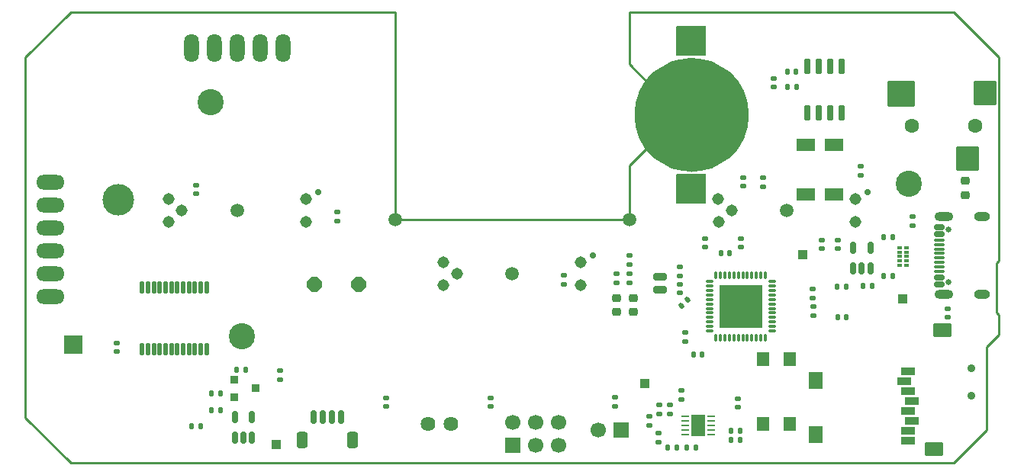
<source format=gbr>
%TF.GenerationSoftware,KiCad,Pcbnew,9.0.0*%
%TF.CreationDate,2025-08-25T22:56:13+01:00*%
%TF.ProjectId,FED3,46454433-2e6b-4696-9361-645f70636258,rev?*%
%TF.SameCoordinates,Original*%
%TF.FileFunction,Soldermask,Top*%
%TF.FilePolarity,Negative*%
%FSLAX46Y46*%
G04 Gerber Fmt 4.6, Leading zero omitted, Abs format (unit mm)*
G04 Created by KiCad (PCBNEW 9.0.0) date 2025-08-25 22:56:13*
%MOMM*%
%LPD*%
G01*
G04 APERTURE LIST*
G04 Aperture macros list*
%AMRoundRect*
0 Rectangle with rounded corners*
0 $1 Rounding radius*
0 $2 $3 $4 $5 $6 $7 $8 $9 X,Y pos of 4 corners*
0 Add a 4 corners polygon primitive as box body*
4,1,4,$2,$3,$4,$5,$6,$7,$8,$9,$2,$3,0*
0 Add four circle primitives for the rounded corners*
1,1,$1+$1,$2,$3*
1,1,$1+$1,$4,$5*
1,1,$1+$1,$6,$7*
1,1,$1+$1,$8,$9*
0 Add four rect primitives between the rounded corners*
20,1,$1+$1,$2,$3,$4,$5,0*
20,1,$1+$1,$4,$5,$6,$7,0*
20,1,$1+$1,$6,$7,$8,$9,0*
20,1,$1+$1,$8,$9,$2,$3,0*%
%AMFreePoly0*
4,1,17,0.351552,0.797921,0.797921,0.351552,0.812800,0.315631,0.812800,-0.315631,0.797921,-0.351552,0.351552,-0.797921,0.315631,-0.812800,-0.315631,-0.812800,-0.351552,-0.797921,-0.797921,-0.351552,-0.812800,-0.315631,-0.812800,0.315631,-0.797921,0.351552,-0.351552,0.797921,-0.315631,0.812800,0.315631,0.812800,0.351552,0.797921,0.351552,0.797921,$1*%
G04 Aperture macros list end*
%ADD10C,6.340000*%
%ADD11C,3.191057*%
%ADD12RoundRect,0.135000X-0.135000X-0.185000X0.135000X-0.185000X0.135000X0.185000X-0.135000X0.185000X0*%
%ADD13R,1.400000X1.600000*%
%ADD14O,3.149600X1.625600*%
%ADD15R,1.000000X1.000000*%
%ADD16RoundRect,0.140000X-0.170000X0.140000X-0.170000X-0.140000X0.170000X-0.140000X0.170000X0.140000X0*%
%ADD17RoundRect,0.140000X0.170000X-0.140000X0.170000X0.140000X-0.170000X0.140000X-0.170000X-0.140000X0*%
%ADD18RoundRect,0.200000X-0.550000X0.200000X-0.550000X-0.200000X0.550000X-0.200000X0.550000X0.200000X0*%
%ADD19RoundRect,0.135000X0.135000X0.185000X-0.135000X0.185000X-0.135000X-0.185000X0.135000X-0.185000X0*%
%ADD20C,2.900000*%
%ADD21RoundRect,0.135000X-0.185000X0.135000X-0.185000X-0.135000X0.185000X-0.135000X0.185000X0.135000X0*%
%ADD22RoundRect,0.140000X0.140000X0.170000X-0.140000X0.170000X-0.140000X-0.170000X0.140000X-0.170000X0*%
%ADD23RoundRect,0.050800X1.600000X-1.600000X1.600000X1.600000X-1.600000X1.600000X-1.600000X-1.600000X0*%
%ADD24RoundRect,3.225800X0.000010X-0.000010X0.000010X0.000010X-0.000010X0.000010X-0.000010X-0.000010X0*%
%ADD25RoundRect,0.218750X-0.256250X0.218750X-0.256250X-0.218750X0.256250X-0.218750X0.256250X0.218750X0*%
%ADD26RoundRect,0.135000X0.185000X-0.135000X0.185000X0.135000X-0.185000X0.135000X-0.185000X-0.135000X0*%
%ADD27RoundRect,0.050800X-0.400000X0.350000X-0.400000X-0.350000X0.400000X-0.350000X0.400000X0.350000X0*%
%ADD28R,1.700000X1.700000*%
%ADD29C,1.700000*%
%ADD30RoundRect,0.075000X0.200000X-0.075000X0.200000X0.075000X-0.200000X0.075000X-0.200000X-0.075000X0*%
%ADD31RoundRect,0.050800X0.200000X0.600000X-0.200000X0.600000X-0.200000X-0.600000X0.200000X-0.600000X0*%
%ADD32RoundRect,0.062500X0.350000X0.062500X-0.350000X0.062500X-0.350000X-0.062500X0.350000X-0.062500X0*%
%ADD33R,1.580000X2.350000*%
%ADD34RoundRect,0.050800X-0.950000X0.650000X-0.950000X-0.650000X0.950000X-0.650000X0.950000X0.650000X0*%
%ADD35RoundRect,0.150000X0.150000X-0.512500X0.150000X0.512500X-0.150000X0.512500X-0.150000X-0.512500X0*%
%ADD36RoundRect,0.050800X0.750000X-0.350000X0.750000X0.350000X-0.750000X0.350000X-0.750000X-0.350000X0*%
%ADD37RoundRect,0.050800X0.700000X0.900000X-0.700000X0.900000X-0.700000X-0.900000X0.700000X-0.900000X0*%
%ADD38RoundRect,0.050800X0.950000X-0.700000X0.950000X0.700000X-0.950000X0.700000X-0.950000X-0.700000X0*%
%ADD39RoundRect,0.140000X-0.021213X0.219203X-0.219203X0.021213X0.021213X-0.219203X0.219203X-0.021213X0*%
%ADD40RoundRect,0.150000X0.150000X-0.725000X0.150000X0.725000X-0.150000X0.725000X-0.150000X-0.725000X0*%
%ADD41C,1.500000*%
%ADD42RoundRect,0.150000X0.150000X0.625000X-0.150000X0.625000X-0.150000X-0.625000X0.150000X-0.625000X0*%
%ADD43RoundRect,0.250000X0.350000X0.650000X-0.350000X0.650000X-0.350000X-0.650000X0.350000X-0.650000X0*%
%ADD44RoundRect,0.050800X-0.375000X-0.125000X0.375000X-0.125000X0.375000X0.125000X-0.375000X0.125000X0*%
%ADD45RoundRect,0.050800X0.125000X-0.375000X0.125000X0.375000X-0.125000X0.375000X-0.125000X-0.375000X0*%
%ADD46RoundRect,0.050800X0.375000X0.125000X-0.375000X0.125000X-0.375000X-0.125000X0.375000X-0.125000X0*%
%ADD47RoundRect,0.050800X-0.125000X0.375000X-0.125000X-0.375000X0.125000X-0.375000X0.125000X0.375000X0*%
%ADD48RoundRect,0.050800X-2.350000X2.350000X-2.350000X-2.350000X2.350000X-2.350000X2.350000X2.350000X0*%
%ADD49RoundRect,0.140000X-0.140000X-0.170000X0.140000X-0.170000X0.140000X0.170000X-0.140000X0.170000X0*%
%ADD50C,1.625600*%
%ADD51C,0.650000*%
%ADD52RoundRect,0.150000X0.425000X-0.150000X0.425000X0.150000X-0.425000X0.150000X-0.425000X-0.150000X0*%
%ADD53RoundRect,0.075000X0.500000X-0.075000X0.500000X0.075000X-0.500000X0.075000X-0.500000X-0.075000X0*%
%ADD54O,2.100000X1.000000*%
%ADD55O,1.800000X1.000000*%
%ADD56R,2.000000X2.000000*%
%ADD57C,3.500000*%
%ADD58FreePoly0,180.000000*%
%ADD59O,1.625600X3.149600*%
%ADD60C,1.600000*%
%ADD61RoundRect,0.050800X-1.200000X1.275000X-1.200000X-1.275000X1.200000X-1.275000X1.200000X1.275000X0*%
%ADD62RoundRect,0.050800X-1.450000X1.375000X-1.450000X-1.375000X1.450000X-1.375000X1.450000X1.375000X0*%
%ADD63C,0.900000*%
%ADD64C,0.700000*%
%ADD65C,1.309600*%
%TA.AperFunction,Profile*%
%ADD66C,0.250000*%
%TD*%
G04 APERTURE END LIST*
D10*
X171585100Y-91395600D02*
G75*
G02*
X165245100Y-91395600I-3170000J0D01*
G01*
X165245100Y-91395600D02*
G75*
G02*
X171585100Y-91395600I3170000J0D01*
G01*
%TO.C,B1*%
D11*
X170010628Y-91395600D02*
G75*
G02*
X166819572Y-91395600I-1595528J0D01*
G01*
X166819572Y-91395600D02*
G75*
G02*
X170010628Y-91395600I1595528J0D01*
G01*
%TD*%
D12*
%TO.C,R26*%
X172762079Y-127521048D03*
X173782079Y-127521048D03*
%TD*%
D13*
%TO.C,SW2*%
X179300000Y-118525000D03*
X179300000Y-125725000D03*
X176300000Y-118525000D03*
X176300000Y-125725000D03*
%TD*%
D14*
%TO.C,SCREEN0*%
X97251100Y-98903600D03*
X97251100Y-101443600D03*
X97251100Y-103983600D03*
X97251100Y-106523600D03*
X97251100Y-109063600D03*
X97251100Y-111603600D03*
%TD*%
D15*
%TO.C,TP4*%
X191800000Y-111850000D03*
%TD*%
D16*
%TO.C,C18*%
X167100000Y-110220000D03*
X167100000Y-111180000D03*
%TD*%
D17*
%TO.C,C17*%
X167100000Y-109252500D03*
X167100000Y-108292500D03*
%TD*%
D12*
%TO.C,R17*%
X167890000Y-128300000D03*
X168910000Y-128300000D03*
%TD*%
D16*
%TO.C,C21*%
X196860000Y-112890000D03*
X196860000Y-113850000D03*
%TD*%
D18*
%TO.C,X2*%
X164870000Y-109347500D03*
X164870000Y-110847500D03*
%TD*%
D19*
%TO.C,R24*%
X190756000Y-104927400D03*
X189736000Y-104927400D03*
%TD*%
D20*
%TO.C,*%
X192500000Y-99003600D03*
%TD*%
D12*
%TO.C,R6*%
X179010000Y-88300000D03*
X180030000Y-88300000D03*
%TD*%
D21*
%TO.C,R25*%
X192900000Y-102710000D03*
X192900000Y-103730000D03*
%TD*%
D17*
%TO.C,C10*%
X174155500Y-99292400D03*
X174155500Y-98332400D03*
%TD*%
D22*
%TO.C,C1*%
X179980000Y-86600000D03*
X179020000Y-86600000D03*
%TD*%
D23*
%TO.C,B1*%
X168415100Y-83170200D03*
X168415100Y-99621000D03*
D24*
X168415100Y-91395600D03*
%TD*%
D25*
%TO.C,CHG0*%
X198790000Y-98732500D03*
X198790000Y-100307500D03*
%TD*%
%TO.C,L1*%
X161940000Y-111732500D03*
X161940000Y-113307500D03*
%TD*%
D21*
%TO.C,R5*%
X181900000Y-112690000D03*
X181900000Y-113710000D03*
%TD*%
D26*
%TO.C,R14*%
X167309800Y-123038400D03*
X167309800Y-122018400D03*
%TD*%
D17*
%TO.C,C8*%
X134500000Y-123780000D03*
X134500000Y-122820000D03*
%TD*%
D27*
%TO.C,Q1*%
X117650000Y-120812500D03*
X117650000Y-122712500D03*
X120050000Y-121762500D03*
%TD*%
D28*
%TO.C,J1*%
X148582050Y-128109743D03*
D29*
X148582050Y-125569743D03*
X151122050Y-128109743D03*
X151122050Y-125569743D03*
X153662050Y-128109743D03*
X153662050Y-125569743D03*
%TD*%
D30*
%TO.C,D1*%
X192227200Y-108121200D03*
X192227200Y-107621200D03*
X192227200Y-107121200D03*
X192227200Y-106621200D03*
X192227200Y-106121200D03*
X191457200Y-106121200D03*
X191457200Y-106621200D03*
X191457200Y-107121200D03*
X191457200Y-107621200D03*
X191457200Y-108121200D03*
%TD*%
D17*
%TO.C,C6*%
X159950000Y-123730000D03*
X159950000Y-122770000D03*
%TD*%
D16*
%TO.C,C3*%
X104600000Y-116720000D03*
X104600000Y-117680000D03*
%TD*%
%TO.C,C16*%
X164750000Y-126770000D03*
X164750000Y-127730000D03*
%TD*%
D26*
%TO.C,R12*%
X167670000Y-116535000D03*
X167670000Y-115515000D03*
%TD*%
D31*
%TO.C,IC2*%
X114586100Y-110581600D03*
X113936100Y-110581600D03*
X113286100Y-110581600D03*
X112636100Y-110581600D03*
X111986100Y-110581600D03*
X111336100Y-110581600D03*
X110686100Y-110581600D03*
X110036100Y-110581600D03*
X109386100Y-110581600D03*
X108736100Y-110581600D03*
X108086100Y-110581600D03*
X107436100Y-110581600D03*
X107436100Y-117421600D03*
X108086100Y-117421600D03*
X108736100Y-117421600D03*
X109386100Y-117421600D03*
X110036100Y-117421600D03*
X110686100Y-117421600D03*
X111336100Y-117421600D03*
X111986100Y-117421600D03*
X112636100Y-117421600D03*
X113286100Y-117421600D03*
X113936100Y-117421600D03*
X114586100Y-117421600D03*
%TD*%
D19*
%TO.C,R23*%
X190756000Y-109321600D03*
X189736000Y-109321600D03*
%TD*%
D32*
%TO.C,U3*%
X170608100Y-126900000D03*
X170608100Y-126400000D03*
X170608100Y-125900000D03*
X170608100Y-125400000D03*
X170608100Y-124900000D03*
X167733100Y-124900000D03*
X167733100Y-125400000D03*
X167733100Y-125900000D03*
X167733100Y-126400000D03*
X167733100Y-126900000D03*
D33*
X169170600Y-125900000D03*
%TD*%
D34*
%TO.C,X1*%
X181039100Y-94741600D03*
X181039100Y-100241600D03*
X184239100Y-100241600D03*
X184239100Y-94741600D03*
%TD*%
D12*
%TO.C,R8*%
X115090000Y-122300000D03*
X116110000Y-122300000D03*
%TD*%
D35*
%TO.C,IC1*%
X117750000Y-127237500D03*
X118700000Y-127237500D03*
X119650000Y-127237500D03*
X119650000Y-124962500D03*
X117750000Y-124962500D03*
%TD*%
D17*
%TO.C,C19*%
X173880000Y-106067500D03*
X173880000Y-105107500D03*
%TD*%
D36*
%TO.C,X4*%
X192410000Y-119900000D03*
X192010000Y-121000000D03*
X192410000Y-122100000D03*
X192810000Y-123200000D03*
X192410000Y-124300000D03*
X192810000Y-125400000D03*
X192410000Y-126500000D03*
X192410000Y-127600000D03*
D37*
X182210000Y-126900000D03*
X182210000Y-120900000D03*
D38*
X195310000Y-128500000D03*
X196210000Y-115300000D03*
%TD*%
D39*
%TO.C,C23*%
X167959411Y-111940589D03*
X167280589Y-112619411D03*
%TD*%
D26*
%TO.C,R15*%
X160080000Y-110030000D03*
X160080000Y-109010000D03*
%TD*%
D12*
%TO.C,R11*%
X187390000Y-110400000D03*
X188410000Y-110400000D03*
%TD*%
D15*
%TO.C,TP2*%
X163200000Y-121266000D03*
%TD*%
D25*
%TO.C,L0*%
X160050000Y-111732500D03*
X160050000Y-113307500D03*
%TD*%
D40*
%TO.C,IC4*%
X181242100Y-91176600D03*
X182512100Y-91176600D03*
X183782100Y-91176600D03*
X185052100Y-91176600D03*
X185052100Y-86026600D03*
X183782100Y-86026600D03*
X182512100Y-86026600D03*
X181242100Y-86026600D03*
%TD*%
D17*
%TO.C,C15*%
X184625000Y-106230000D03*
X184625000Y-105270000D03*
%TD*%
%TO.C,C7*%
X146150000Y-123780000D03*
X146150000Y-122820000D03*
%TD*%
D41*
%TO.C,@HOLE2*%
X161501100Y-103003600D03*
%TD*%
D42*
%TO.C,AUX_I2C0*%
X129500000Y-124975000D03*
X128500000Y-124975000D03*
X127500000Y-124975000D03*
X126500000Y-124975000D03*
D43*
X130800000Y-127500000D03*
X125200000Y-127500000D03*
%TD*%
D22*
%TO.C,C4*%
X113905000Y-125950000D03*
X112945000Y-125950000D03*
%TD*%
D17*
%TO.C,C12*%
X169880000Y-106067500D03*
X169880000Y-105107500D03*
%TD*%
D19*
%TO.C,R16*%
X166795400Y-128300000D03*
X165775400Y-128300000D03*
%TD*%
D26*
%TO.C,R13*%
X161550000Y-108010000D03*
X161550000Y-106990000D03*
%TD*%
D15*
%TO.C,TP1*%
X180746400Y-106908600D03*
%TD*%
D44*
%TO.C,U1*%
X170375000Y-109887500D03*
X170375000Y-110387500D03*
X170375000Y-110887500D03*
X170375000Y-111387500D03*
X170375000Y-111887500D03*
X170375000Y-112387500D03*
X170375000Y-112887500D03*
X170375000Y-113387500D03*
X170375000Y-113887500D03*
X170375000Y-114387500D03*
X170375000Y-114887500D03*
X170375000Y-115387500D03*
D45*
X171100000Y-116112500D03*
X171600000Y-116112500D03*
X172100000Y-116112500D03*
X172600000Y-116112500D03*
X173100000Y-116112500D03*
X173600000Y-116112500D03*
X174100000Y-116112500D03*
X174600000Y-116112500D03*
X175100000Y-116112500D03*
X175600000Y-116112500D03*
X176100000Y-116112500D03*
X176600000Y-116112500D03*
D46*
X177325000Y-115387500D03*
X177325000Y-114887500D03*
X177325000Y-114387500D03*
X177325000Y-113887500D03*
X177325000Y-113387500D03*
X177325000Y-112887500D03*
X177325000Y-112387500D03*
X177325000Y-111887500D03*
X177325000Y-111387500D03*
X177325000Y-110887500D03*
X177325000Y-110387500D03*
X177325000Y-109887500D03*
D47*
X176600000Y-109162500D03*
X176100000Y-109162500D03*
X175600000Y-109162500D03*
X175100000Y-109162500D03*
X174600000Y-109162500D03*
X174100000Y-109162500D03*
X173600000Y-109162500D03*
X173100000Y-109162500D03*
X172600000Y-109162500D03*
X172100000Y-109162500D03*
X171600000Y-109162500D03*
X171100000Y-109162500D03*
D48*
X173850000Y-112637500D03*
%TD*%
D41*
%TO.C,@HOLE2*%
X135501100Y-103003600D03*
%TD*%
D17*
%TO.C,C2*%
X177500000Y-88280000D03*
X177500000Y-87320000D03*
%TD*%
D49*
%TO.C,C14*%
X184620000Y-113850000D03*
X185580000Y-113850000D03*
%TD*%
D50*
%TO.C,X3*%
X141694300Y-125736400D03*
X139154300Y-125736400D03*
%TD*%
D22*
%TO.C,C22*%
X169550000Y-117980000D03*
X168590000Y-117980000D03*
%TD*%
D17*
%TO.C,C13*%
X182825000Y-106280000D03*
X182825000Y-105320000D03*
%TD*%
D21*
%TO.C,R10*%
X187150000Y-97100000D03*
X187150000Y-98120000D03*
%TD*%
%TO.C,R21*%
X161550000Y-109010000D03*
X161550000Y-110030000D03*
%TD*%
%TO.C,R4*%
X181850000Y-110690000D03*
X181850000Y-111710000D03*
%TD*%
D26*
%TO.C,R9*%
X122760000Y-120840000D03*
X122760000Y-119820000D03*
%TD*%
D20*
%TO.C,@HOLE6*%
X118501100Y-116003600D03*
%TD*%
D26*
%TO.C,R20*%
X163700000Y-125860000D03*
X163700000Y-124840000D03*
%TD*%
%TO.C,R1*%
X129100000Y-103210000D03*
X129100000Y-102190000D03*
%TD*%
%TO.C,R18*%
X164800000Y-124585000D03*
X164800000Y-123565000D03*
%TD*%
%TO.C,R3*%
X176309100Y-99353600D03*
X176309100Y-98333600D03*
%TD*%
D22*
%TO.C,C11*%
X185530000Y-110450000D03*
X184570000Y-110450000D03*
%TD*%
D51*
%TO.C,J3*%
X196929200Y-109923600D03*
X196929200Y-104143600D03*
D52*
X195854200Y-110233600D03*
X195854200Y-109433600D03*
D53*
X195854200Y-108283600D03*
X195854200Y-107283600D03*
X195854200Y-106783600D03*
X195854200Y-105783600D03*
D52*
X195854200Y-104633600D03*
X195854200Y-103833600D03*
X195854200Y-103833600D03*
X195854200Y-104633600D03*
D53*
X195854200Y-105283600D03*
X195854200Y-106283600D03*
X195854200Y-107783600D03*
X195854200Y-108783600D03*
D52*
X195854200Y-109433600D03*
X195854200Y-110233600D03*
D54*
X196429200Y-111353600D03*
D55*
X200609200Y-111353600D03*
D54*
X196429200Y-102713600D03*
D55*
X200609200Y-102713600D03*
%TD*%
D26*
%TO.C,R19*%
X166000000Y-124585000D03*
X166000000Y-123565000D03*
%TD*%
D56*
%TO.C,TP5*%
X99800000Y-116900000D03*
%TD*%
D57*
%TO.C,@HOLE5*%
X104788100Y-100793600D03*
%TD*%
D58*
%TO.C,BZ1*%
X131459200Y-110180000D03*
X126510000Y-110180000D03*
%TD*%
D22*
%TO.C,C24*%
X172640000Y-106780000D03*
X171680000Y-106780000D03*
%TD*%
D59*
%TO.C,MOTOR0*%
X112921100Y-84003600D03*
X115461100Y-84003600D03*
X118001100Y-84003600D03*
X120541100Y-84003600D03*
X123081100Y-84003600D03*
%TD*%
D12*
%TO.C,R22*%
X117880000Y-119700000D03*
X118900000Y-119700000D03*
%TD*%
D15*
%TO.C,TP3*%
X122320000Y-127990000D03*
%TD*%
D49*
%TO.C,C20*%
X172820000Y-126475000D03*
X173780000Y-126475000D03*
%TD*%
D17*
%TO.C,C5*%
X173500000Y-123880000D03*
X173500000Y-122920000D03*
%TD*%
D26*
%TO.C,R2*%
X154200000Y-110210000D03*
X154200000Y-109190000D03*
%TD*%
D16*
%TO.C,C9*%
X113390000Y-99210000D03*
X113390000Y-100170000D03*
%TD*%
D19*
%TO.C,R7*%
X116110000Y-124150000D03*
X115090000Y-124150000D03*
%TD*%
D60*
%TO.C,EXT0*%
X199844300Y-92614800D03*
X192844300Y-92614800D03*
D61*
X199044300Y-96289800D03*
D62*
X191644300Y-89039800D03*
D61*
X200944300Y-88939800D03*
%TD*%
D28*
%TO.C,J2*%
X160550000Y-126400000D03*
D29*
X158010000Y-126400000D03*
%TD*%
D35*
%TO.C,U2*%
X186350000Y-108437500D03*
X187300000Y-108437500D03*
X188250000Y-108437500D03*
X188250000Y-106162500D03*
X186350000Y-106162500D03*
%TD*%
D20*
%TO.C,@HOLE0*%
X115001100Y-90003600D03*
%TD*%
D63*
%TO.C,SW1*%
X199450000Y-119550000D03*
X199450000Y-122550000D03*
%TD*%
D64*
%TO.C,PI3*%
X126951100Y-100003600D03*
D41*
X118001100Y-102003600D03*
D65*
X125601100Y-100763600D03*
X125621100Y-103273600D03*
X110401100Y-103303600D03*
X111851100Y-102003600D03*
X110381100Y-100733600D03*
%TD*%
D64*
%TO.C,PI1*%
X187951100Y-100003600D03*
D41*
X179001100Y-102003600D03*
D65*
X186601100Y-100763600D03*
X186621100Y-103273600D03*
X171401100Y-103303600D03*
X172851100Y-102003600D03*
X171381100Y-100733600D03*
%TD*%
D64*
%TO.C,PI2*%
X157451100Y-107003600D03*
D41*
X148501100Y-109003600D03*
D65*
X156101100Y-107763600D03*
X156121100Y-110273600D03*
X140901100Y-110303600D03*
X142351100Y-109003600D03*
X140881100Y-107733600D03*
%TD*%
D66*
X201101100Y-126403600D02*
X201101100Y-117203600D01*
X161501100Y-103003600D02*
X135501100Y-103003600D01*
X161501100Y-80003600D02*
X161501100Y-85751600D01*
X161501100Y-85751600D02*
X164097100Y-88347600D01*
X99501100Y-80003600D02*
X94501100Y-85003600D01*
X202221100Y-107883600D02*
X202501100Y-107603600D01*
X202501100Y-85003600D02*
X197501100Y-80003600D01*
X202221100Y-113323600D02*
X202221100Y-107883600D01*
X202501100Y-107603600D02*
X202501100Y-85003600D01*
X161501100Y-96983600D02*
X161501100Y-103003600D01*
X202501100Y-113603600D02*
X202221100Y-113323600D01*
X135501100Y-103003600D02*
X135501100Y-80003600D01*
X94501100Y-125003600D02*
X99501100Y-130003600D01*
X164097100Y-88347600D02*
X164097100Y-94443600D01*
X197501100Y-130003600D02*
X201101100Y-126403600D01*
X197501100Y-80003600D02*
X161501100Y-80003600D01*
X202501100Y-115803600D02*
X202501100Y-113603600D01*
X94501100Y-85003600D02*
X94501100Y-125003600D01*
X99501100Y-130003600D02*
X197501100Y-130003600D01*
X164097100Y-94443600D02*
X161501100Y-96983600D01*
X201101100Y-117203600D02*
X202501100Y-115803600D01*
X135501100Y-80003600D02*
X99501100Y-80003600D01*
M02*

</source>
